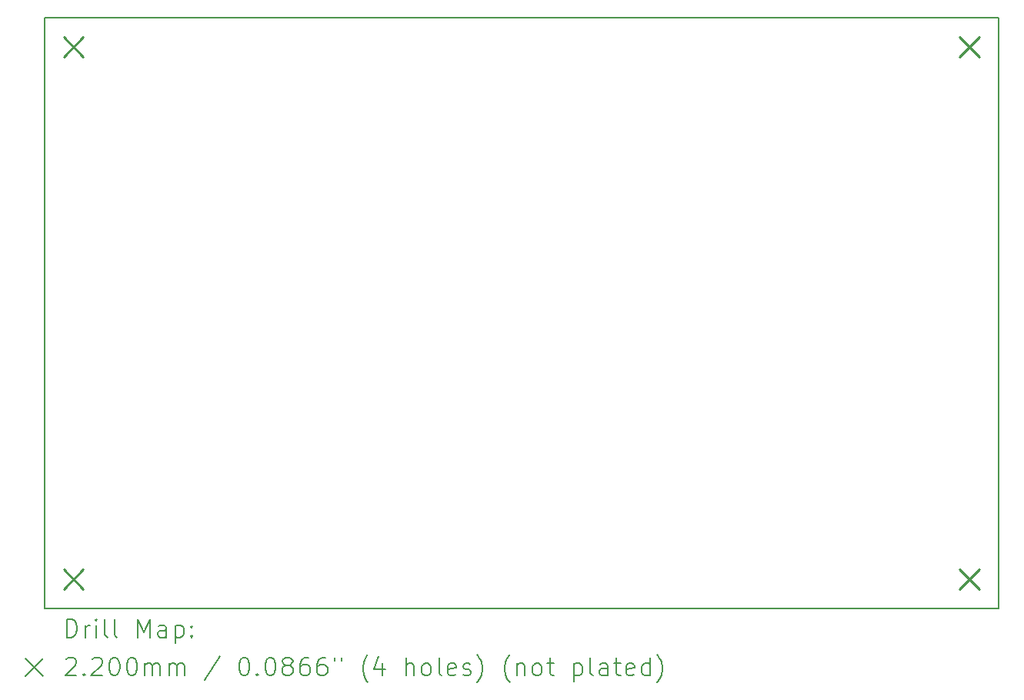
<source format=gbr>
%TF.GenerationSoftware,KiCad,Pcbnew,6.0.7-f9a2dced07~116~ubuntu20.04.1*%
%TF.CreationDate,2023-02-02T12:23:22+01:00*%
%TF.ProjectId,MoleNet_V5.2.2,4d6f6c65-4e65-4745-9f56-352e322e322e,1*%
%TF.SameCoordinates,Original*%
%TF.FileFunction,Drillmap*%
%TF.FilePolarity,Positive*%
%FSLAX45Y45*%
G04 Gerber Fmt 4.5, Leading zero omitted, Abs format (unit mm)*
G04 Created by KiCad (PCBNEW 6.0.7-f9a2dced07~116~ubuntu20.04.1) date 2023-02-02 12:23:22*
%MOMM*%
%LPD*%
G01*
G04 APERTURE LIST*
%ADD10C,0.200000*%
%ADD11C,0.220000*%
G04 APERTURE END LIST*
D10*
X9329700Y-12375440D02*
X19829700Y-12375440D01*
X19829700Y-12375440D02*
X19829700Y-5875440D01*
X19829700Y-5875440D02*
X9329700Y-5875440D01*
X9329700Y-5875440D02*
X9329700Y-12375440D01*
D11*
X9539960Y-6085060D02*
X9759960Y-6305060D01*
X9759960Y-6085060D02*
X9539960Y-6305060D01*
X9539960Y-11944840D02*
X9759960Y-12164840D01*
X9759960Y-11944840D02*
X9539960Y-12164840D01*
X19400240Y-11947380D02*
X19620240Y-12167380D01*
X19620240Y-11947380D02*
X19400240Y-12167380D01*
X19400700Y-6087440D02*
X19620700Y-6307440D01*
X19620700Y-6087440D02*
X19400700Y-6307440D01*
D10*
X9577319Y-12695916D02*
X9577319Y-12495916D01*
X9624938Y-12495916D01*
X9653510Y-12505440D01*
X9672557Y-12524488D01*
X9682081Y-12543535D01*
X9691605Y-12581630D01*
X9691605Y-12610202D01*
X9682081Y-12648297D01*
X9672557Y-12667345D01*
X9653510Y-12686392D01*
X9624938Y-12695916D01*
X9577319Y-12695916D01*
X9777319Y-12695916D02*
X9777319Y-12562583D01*
X9777319Y-12600678D02*
X9786843Y-12581630D01*
X9796367Y-12572107D01*
X9815414Y-12562583D01*
X9834462Y-12562583D01*
X9901129Y-12695916D02*
X9901129Y-12562583D01*
X9901129Y-12495916D02*
X9891605Y-12505440D01*
X9901129Y-12514964D01*
X9910652Y-12505440D01*
X9901129Y-12495916D01*
X9901129Y-12514964D01*
X10024938Y-12695916D02*
X10005890Y-12686392D01*
X9996367Y-12667345D01*
X9996367Y-12495916D01*
X10129700Y-12695916D02*
X10110652Y-12686392D01*
X10101129Y-12667345D01*
X10101129Y-12495916D01*
X10358271Y-12695916D02*
X10358271Y-12495916D01*
X10424938Y-12638773D01*
X10491605Y-12495916D01*
X10491605Y-12695916D01*
X10672557Y-12695916D02*
X10672557Y-12591154D01*
X10663033Y-12572107D01*
X10643986Y-12562583D01*
X10605890Y-12562583D01*
X10586843Y-12572107D01*
X10672557Y-12686392D02*
X10653510Y-12695916D01*
X10605890Y-12695916D01*
X10586843Y-12686392D01*
X10577319Y-12667345D01*
X10577319Y-12648297D01*
X10586843Y-12629249D01*
X10605890Y-12619726D01*
X10653510Y-12619726D01*
X10672557Y-12610202D01*
X10767795Y-12562583D02*
X10767795Y-12762583D01*
X10767795Y-12572107D02*
X10786843Y-12562583D01*
X10824938Y-12562583D01*
X10843986Y-12572107D01*
X10853510Y-12581630D01*
X10863033Y-12600678D01*
X10863033Y-12657821D01*
X10853510Y-12676868D01*
X10843986Y-12686392D01*
X10824938Y-12695916D01*
X10786843Y-12695916D01*
X10767795Y-12686392D01*
X10948748Y-12676868D02*
X10958271Y-12686392D01*
X10948748Y-12695916D01*
X10939224Y-12686392D01*
X10948748Y-12676868D01*
X10948748Y-12695916D01*
X10948748Y-12572107D02*
X10958271Y-12581630D01*
X10948748Y-12591154D01*
X10939224Y-12581630D01*
X10948748Y-12572107D01*
X10948748Y-12591154D01*
X9119700Y-12925440D02*
X9319700Y-13125440D01*
X9319700Y-12925440D02*
X9119700Y-13125440D01*
X9567795Y-12934964D02*
X9577319Y-12925440D01*
X9596367Y-12915916D01*
X9643986Y-12915916D01*
X9663033Y-12925440D01*
X9672557Y-12934964D01*
X9682081Y-12954011D01*
X9682081Y-12973059D01*
X9672557Y-13001630D01*
X9558271Y-13115916D01*
X9682081Y-13115916D01*
X9767795Y-13096868D02*
X9777319Y-13106392D01*
X9767795Y-13115916D01*
X9758271Y-13106392D01*
X9767795Y-13096868D01*
X9767795Y-13115916D01*
X9853510Y-12934964D02*
X9863033Y-12925440D01*
X9882081Y-12915916D01*
X9929700Y-12915916D01*
X9948748Y-12925440D01*
X9958271Y-12934964D01*
X9967795Y-12954011D01*
X9967795Y-12973059D01*
X9958271Y-13001630D01*
X9843986Y-13115916D01*
X9967795Y-13115916D01*
X10091605Y-12915916D02*
X10110652Y-12915916D01*
X10129700Y-12925440D01*
X10139224Y-12934964D01*
X10148748Y-12954011D01*
X10158271Y-12992107D01*
X10158271Y-13039726D01*
X10148748Y-13077821D01*
X10139224Y-13096868D01*
X10129700Y-13106392D01*
X10110652Y-13115916D01*
X10091605Y-13115916D01*
X10072557Y-13106392D01*
X10063033Y-13096868D01*
X10053510Y-13077821D01*
X10043986Y-13039726D01*
X10043986Y-12992107D01*
X10053510Y-12954011D01*
X10063033Y-12934964D01*
X10072557Y-12925440D01*
X10091605Y-12915916D01*
X10282081Y-12915916D02*
X10301129Y-12915916D01*
X10320176Y-12925440D01*
X10329700Y-12934964D01*
X10339224Y-12954011D01*
X10348748Y-12992107D01*
X10348748Y-13039726D01*
X10339224Y-13077821D01*
X10329700Y-13096868D01*
X10320176Y-13106392D01*
X10301129Y-13115916D01*
X10282081Y-13115916D01*
X10263033Y-13106392D01*
X10253510Y-13096868D01*
X10243986Y-13077821D01*
X10234462Y-13039726D01*
X10234462Y-12992107D01*
X10243986Y-12954011D01*
X10253510Y-12934964D01*
X10263033Y-12925440D01*
X10282081Y-12915916D01*
X10434462Y-13115916D02*
X10434462Y-12982583D01*
X10434462Y-13001630D02*
X10443986Y-12992107D01*
X10463033Y-12982583D01*
X10491605Y-12982583D01*
X10510652Y-12992107D01*
X10520176Y-13011154D01*
X10520176Y-13115916D01*
X10520176Y-13011154D02*
X10529700Y-12992107D01*
X10548748Y-12982583D01*
X10577319Y-12982583D01*
X10596367Y-12992107D01*
X10605890Y-13011154D01*
X10605890Y-13115916D01*
X10701129Y-13115916D02*
X10701129Y-12982583D01*
X10701129Y-13001630D02*
X10710652Y-12992107D01*
X10729700Y-12982583D01*
X10758271Y-12982583D01*
X10777319Y-12992107D01*
X10786843Y-13011154D01*
X10786843Y-13115916D01*
X10786843Y-13011154D02*
X10796367Y-12992107D01*
X10815414Y-12982583D01*
X10843986Y-12982583D01*
X10863033Y-12992107D01*
X10872557Y-13011154D01*
X10872557Y-13115916D01*
X11263033Y-12906392D02*
X11091605Y-13163535D01*
X11520176Y-12915916D02*
X11539224Y-12915916D01*
X11558271Y-12925440D01*
X11567795Y-12934964D01*
X11577319Y-12954011D01*
X11586843Y-12992107D01*
X11586843Y-13039726D01*
X11577319Y-13077821D01*
X11567795Y-13096868D01*
X11558271Y-13106392D01*
X11539224Y-13115916D01*
X11520176Y-13115916D01*
X11501128Y-13106392D01*
X11491605Y-13096868D01*
X11482081Y-13077821D01*
X11472557Y-13039726D01*
X11472557Y-12992107D01*
X11482081Y-12954011D01*
X11491605Y-12934964D01*
X11501128Y-12925440D01*
X11520176Y-12915916D01*
X11672557Y-13096868D02*
X11682081Y-13106392D01*
X11672557Y-13115916D01*
X11663033Y-13106392D01*
X11672557Y-13096868D01*
X11672557Y-13115916D01*
X11805890Y-12915916D02*
X11824938Y-12915916D01*
X11843986Y-12925440D01*
X11853509Y-12934964D01*
X11863033Y-12954011D01*
X11872557Y-12992107D01*
X11872557Y-13039726D01*
X11863033Y-13077821D01*
X11853509Y-13096868D01*
X11843986Y-13106392D01*
X11824938Y-13115916D01*
X11805890Y-13115916D01*
X11786843Y-13106392D01*
X11777319Y-13096868D01*
X11767795Y-13077821D01*
X11758271Y-13039726D01*
X11758271Y-12992107D01*
X11767795Y-12954011D01*
X11777319Y-12934964D01*
X11786843Y-12925440D01*
X11805890Y-12915916D01*
X11986843Y-13001630D02*
X11967795Y-12992107D01*
X11958271Y-12982583D01*
X11948748Y-12963535D01*
X11948748Y-12954011D01*
X11958271Y-12934964D01*
X11967795Y-12925440D01*
X11986843Y-12915916D01*
X12024938Y-12915916D01*
X12043986Y-12925440D01*
X12053509Y-12934964D01*
X12063033Y-12954011D01*
X12063033Y-12963535D01*
X12053509Y-12982583D01*
X12043986Y-12992107D01*
X12024938Y-13001630D01*
X11986843Y-13001630D01*
X11967795Y-13011154D01*
X11958271Y-13020678D01*
X11948748Y-13039726D01*
X11948748Y-13077821D01*
X11958271Y-13096868D01*
X11967795Y-13106392D01*
X11986843Y-13115916D01*
X12024938Y-13115916D01*
X12043986Y-13106392D01*
X12053509Y-13096868D01*
X12063033Y-13077821D01*
X12063033Y-13039726D01*
X12053509Y-13020678D01*
X12043986Y-13011154D01*
X12024938Y-13001630D01*
X12234462Y-12915916D02*
X12196367Y-12915916D01*
X12177319Y-12925440D01*
X12167795Y-12934964D01*
X12148748Y-12963535D01*
X12139224Y-13001630D01*
X12139224Y-13077821D01*
X12148748Y-13096868D01*
X12158271Y-13106392D01*
X12177319Y-13115916D01*
X12215414Y-13115916D01*
X12234462Y-13106392D01*
X12243986Y-13096868D01*
X12253509Y-13077821D01*
X12253509Y-13030202D01*
X12243986Y-13011154D01*
X12234462Y-13001630D01*
X12215414Y-12992107D01*
X12177319Y-12992107D01*
X12158271Y-13001630D01*
X12148748Y-13011154D01*
X12139224Y-13030202D01*
X12424938Y-12915916D02*
X12386843Y-12915916D01*
X12367795Y-12925440D01*
X12358271Y-12934964D01*
X12339224Y-12963535D01*
X12329700Y-13001630D01*
X12329700Y-13077821D01*
X12339224Y-13096868D01*
X12348748Y-13106392D01*
X12367795Y-13115916D01*
X12405890Y-13115916D01*
X12424938Y-13106392D01*
X12434462Y-13096868D01*
X12443986Y-13077821D01*
X12443986Y-13030202D01*
X12434462Y-13011154D01*
X12424938Y-13001630D01*
X12405890Y-12992107D01*
X12367795Y-12992107D01*
X12348748Y-13001630D01*
X12339224Y-13011154D01*
X12329700Y-13030202D01*
X12520176Y-12915916D02*
X12520176Y-12954011D01*
X12596367Y-12915916D02*
X12596367Y-12954011D01*
X12891605Y-13192107D02*
X12882081Y-13182583D01*
X12863033Y-13154011D01*
X12853509Y-13134964D01*
X12843986Y-13106392D01*
X12834462Y-13058773D01*
X12834462Y-13020678D01*
X12843986Y-12973059D01*
X12853509Y-12944488D01*
X12863033Y-12925440D01*
X12882081Y-12896868D01*
X12891605Y-12887345D01*
X13053509Y-12982583D02*
X13053509Y-13115916D01*
X13005890Y-12906392D02*
X12958271Y-13049249D01*
X13082081Y-13049249D01*
X13310652Y-13115916D02*
X13310652Y-12915916D01*
X13396367Y-13115916D02*
X13396367Y-13011154D01*
X13386843Y-12992107D01*
X13367795Y-12982583D01*
X13339224Y-12982583D01*
X13320176Y-12992107D01*
X13310652Y-13001630D01*
X13520176Y-13115916D02*
X13501128Y-13106392D01*
X13491605Y-13096868D01*
X13482081Y-13077821D01*
X13482081Y-13020678D01*
X13491605Y-13001630D01*
X13501128Y-12992107D01*
X13520176Y-12982583D01*
X13548748Y-12982583D01*
X13567795Y-12992107D01*
X13577319Y-13001630D01*
X13586843Y-13020678D01*
X13586843Y-13077821D01*
X13577319Y-13096868D01*
X13567795Y-13106392D01*
X13548748Y-13115916D01*
X13520176Y-13115916D01*
X13701128Y-13115916D02*
X13682081Y-13106392D01*
X13672557Y-13087345D01*
X13672557Y-12915916D01*
X13853509Y-13106392D02*
X13834462Y-13115916D01*
X13796367Y-13115916D01*
X13777319Y-13106392D01*
X13767795Y-13087345D01*
X13767795Y-13011154D01*
X13777319Y-12992107D01*
X13796367Y-12982583D01*
X13834462Y-12982583D01*
X13853509Y-12992107D01*
X13863033Y-13011154D01*
X13863033Y-13030202D01*
X13767795Y-13049249D01*
X13939224Y-13106392D02*
X13958271Y-13115916D01*
X13996367Y-13115916D01*
X14015414Y-13106392D01*
X14024938Y-13087345D01*
X14024938Y-13077821D01*
X14015414Y-13058773D01*
X13996367Y-13049249D01*
X13967795Y-13049249D01*
X13948748Y-13039726D01*
X13939224Y-13020678D01*
X13939224Y-13011154D01*
X13948748Y-12992107D01*
X13967795Y-12982583D01*
X13996367Y-12982583D01*
X14015414Y-12992107D01*
X14091605Y-13192107D02*
X14101128Y-13182583D01*
X14120176Y-13154011D01*
X14129700Y-13134964D01*
X14139224Y-13106392D01*
X14148748Y-13058773D01*
X14148748Y-13020678D01*
X14139224Y-12973059D01*
X14129700Y-12944488D01*
X14120176Y-12925440D01*
X14101128Y-12896868D01*
X14091605Y-12887345D01*
X14453509Y-13192107D02*
X14443986Y-13182583D01*
X14424938Y-13154011D01*
X14415414Y-13134964D01*
X14405890Y-13106392D01*
X14396367Y-13058773D01*
X14396367Y-13020678D01*
X14405890Y-12973059D01*
X14415414Y-12944488D01*
X14424938Y-12925440D01*
X14443986Y-12896868D01*
X14453509Y-12887345D01*
X14529700Y-12982583D02*
X14529700Y-13115916D01*
X14529700Y-13001630D02*
X14539224Y-12992107D01*
X14558271Y-12982583D01*
X14586843Y-12982583D01*
X14605890Y-12992107D01*
X14615414Y-13011154D01*
X14615414Y-13115916D01*
X14739224Y-13115916D02*
X14720176Y-13106392D01*
X14710652Y-13096868D01*
X14701128Y-13077821D01*
X14701128Y-13020678D01*
X14710652Y-13001630D01*
X14720176Y-12992107D01*
X14739224Y-12982583D01*
X14767795Y-12982583D01*
X14786843Y-12992107D01*
X14796367Y-13001630D01*
X14805890Y-13020678D01*
X14805890Y-13077821D01*
X14796367Y-13096868D01*
X14786843Y-13106392D01*
X14767795Y-13115916D01*
X14739224Y-13115916D01*
X14863033Y-12982583D02*
X14939224Y-12982583D01*
X14891605Y-12915916D02*
X14891605Y-13087345D01*
X14901128Y-13106392D01*
X14920176Y-13115916D01*
X14939224Y-13115916D01*
X15158271Y-12982583D02*
X15158271Y-13182583D01*
X15158271Y-12992107D02*
X15177319Y-12982583D01*
X15215414Y-12982583D01*
X15234462Y-12992107D01*
X15243986Y-13001630D01*
X15253509Y-13020678D01*
X15253509Y-13077821D01*
X15243986Y-13096868D01*
X15234462Y-13106392D01*
X15215414Y-13115916D01*
X15177319Y-13115916D01*
X15158271Y-13106392D01*
X15367795Y-13115916D02*
X15348748Y-13106392D01*
X15339224Y-13087345D01*
X15339224Y-12915916D01*
X15529700Y-13115916D02*
X15529700Y-13011154D01*
X15520176Y-12992107D01*
X15501128Y-12982583D01*
X15463033Y-12982583D01*
X15443986Y-12992107D01*
X15529700Y-13106392D02*
X15510652Y-13115916D01*
X15463033Y-13115916D01*
X15443986Y-13106392D01*
X15434462Y-13087345D01*
X15434462Y-13068297D01*
X15443986Y-13049249D01*
X15463033Y-13039726D01*
X15510652Y-13039726D01*
X15529700Y-13030202D01*
X15596367Y-12982583D02*
X15672557Y-12982583D01*
X15624938Y-12915916D02*
X15624938Y-13087345D01*
X15634462Y-13106392D01*
X15653509Y-13115916D01*
X15672557Y-13115916D01*
X15815414Y-13106392D02*
X15796367Y-13115916D01*
X15758271Y-13115916D01*
X15739224Y-13106392D01*
X15729700Y-13087345D01*
X15729700Y-13011154D01*
X15739224Y-12992107D01*
X15758271Y-12982583D01*
X15796367Y-12982583D01*
X15815414Y-12992107D01*
X15824938Y-13011154D01*
X15824938Y-13030202D01*
X15729700Y-13049249D01*
X15996367Y-13115916D02*
X15996367Y-12915916D01*
X15996367Y-13106392D02*
X15977319Y-13115916D01*
X15939224Y-13115916D01*
X15920176Y-13106392D01*
X15910652Y-13096868D01*
X15901128Y-13077821D01*
X15901128Y-13020678D01*
X15910652Y-13001630D01*
X15920176Y-12992107D01*
X15939224Y-12982583D01*
X15977319Y-12982583D01*
X15996367Y-12992107D01*
X16072557Y-13192107D02*
X16082081Y-13182583D01*
X16101128Y-13154011D01*
X16110652Y-13134964D01*
X16120176Y-13106392D01*
X16129700Y-13058773D01*
X16129700Y-13020678D01*
X16120176Y-12973059D01*
X16110652Y-12944488D01*
X16101128Y-12925440D01*
X16082081Y-12896868D01*
X16072557Y-12887345D01*
M02*

</source>
